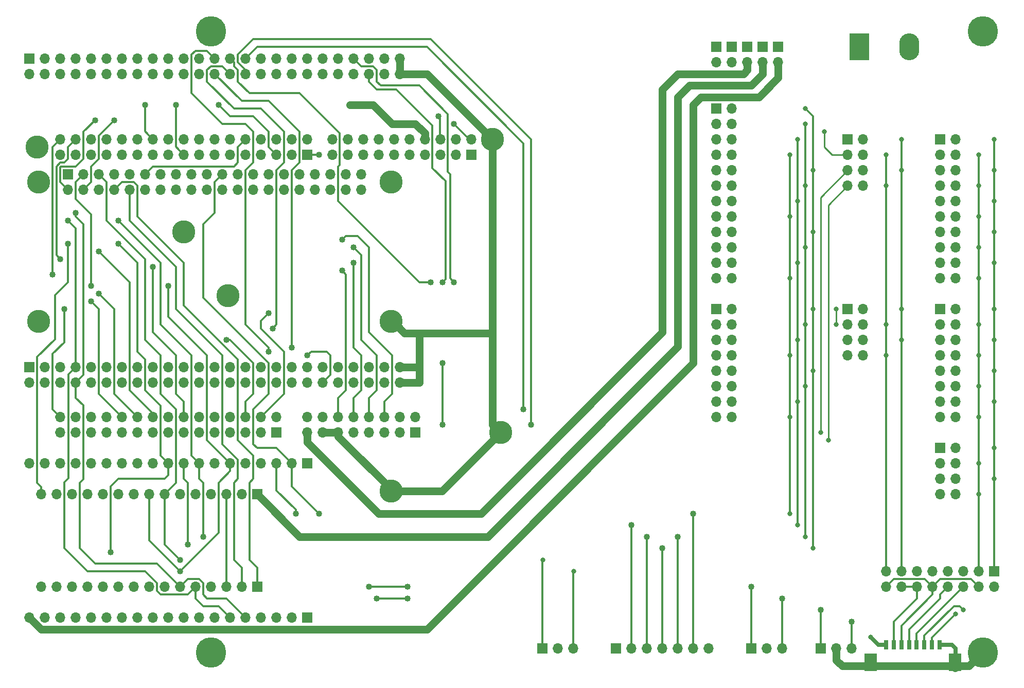
<source format=gbr>
G04 #@! TF.GenerationSoftware,KiCad,Pcbnew,(5.1.5-0-10_14)*
G04 #@! TF.CreationDate,2020-04-11T18:37:10+09:00*
G04 #@! TF.ProjectId,hybohat,6879626f-6861-4742-9e6b-696361645f70,rev?*
G04 #@! TF.SameCoordinates,Original*
G04 #@! TF.FileFunction,Copper,L1,Top*
G04 #@! TF.FilePolarity,Positive*
%FSLAX46Y46*%
G04 Gerber Fmt 4.6, Leading zero omitted, Abs format (unit mm)*
G04 Created by KiCad (PCBNEW (5.1.5-0-10_14)) date 2020-04-11 18:37:10*
%MOMM*%
%LPD*%
G04 APERTURE LIST*
%ADD10O,1.700000X1.700000*%
%ADD11R,1.700000X1.700000*%
%ADD12C,5.000000*%
%ADD13C,3.810000*%
%ADD14R,3.300001X4.445000*%
%ADD15O,3.300001X4.445000*%
%ADD16R,2.100000X3.000000*%
%ADD17R,0.800000X1.600000*%
%ADD18C,0.800000*%
%ADD19C,1.016000*%
%ADD20C,0.635000*%
%ADD21C,1.270000*%
%ADD22C,0.304800*%
%ADD23C,0.250000*%
G04 APERTURE END LIST*
D10*
X123190000Y-99060000D03*
X123190000Y-101600000D03*
X125730000Y-99060000D03*
X125730000Y-101600000D03*
X128270000Y-99060000D03*
X128270000Y-101600000D03*
X130810000Y-99060000D03*
X130810000Y-101600000D03*
X133350000Y-99060000D03*
X133350000Y-101600000D03*
X135890000Y-99060000D03*
X135890000Y-101600000D03*
X138430000Y-99060000D03*
X138430000Y-101600000D03*
X140970000Y-99060000D03*
D11*
X140970000Y-101600000D03*
D12*
X107315000Y-35560000D03*
D13*
X78952540Y-60325000D03*
X136950000Y-83333000D03*
X136950000Y-60325000D03*
X136956800Y-111252000D03*
D10*
X82550000Y-99060000D03*
X82550000Y-101600000D03*
X85090000Y-99060000D03*
X85090000Y-101600000D03*
X87630000Y-99060000D03*
X87630000Y-101600000D03*
X90170000Y-99060000D03*
X90170000Y-101600000D03*
X92710000Y-99060000D03*
X92710000Y-101600000D03*
X95250000Y-99060000D03*
X95250000Y-101600000D03*
X97790000Y-99060000D03*
X97790000Y-101600000D03*
X100330000Y-99060000D03*
X100330000Y-101600000D03*
X102870000Y-99060000D03*
X102870000Y-101600000D03*
X105410000Y-99060000D03*
X105410000Y-101600000D03*
X107950000Y-99060000D03*
X107950000Y-101600000D03*
X110490000Y-99060000D03*
X110490000Y-101600000D03*
X113030000Y-99060000D03*
X113030000Y-101600000D03*
X115570000Y-99060000D03*
X115570000Y-101600000D03*
X118110000Y-99060000D03*
D11*
X118110000Y-101600000D03*
D13*
X102870000Y-68580000D03*
X78740000Y-54610000D03*
D14*
X213995000Y-38100000D03*
D15*
X222250000Y-38100000D03*
D10*
X198120000Y-40640000D03*
D11*
X198120000Y-38100000D03*
D10*
X195580000Y-40640000D03*
D11*
X195580000Y-38100000D03*
D10*
X190500000Y-40640000D03*
D11*
X190500000Y-38100000D03*
D10*
X193040000Y-40640000D03*
D11*
X193040000Y-38100000D03*
D10*
X200660000Y-40640000D03*
D11*
X200660000Y-38100000D03*
D13*
X153670000Y-53340000D03*
X78950000Y-83333000D03*
X155016200Y-101600000D03*
D12*
X234315000Y-35560000D03*
D10*
X79375000Y-127000000D03*
X81915000Y-127000000D03*
X84455000Y-127000000D03*
X86995000Y-127000000D03*
X89535000Y-127000000D03*
X92075000Y-127000000D03*
X94615000Y-127000000D03*
X97155000Y-127000000D03*
X99695000Y-127000000D03*
X102235000Y-127000000D03*
X104775000Y-127000000D03*
X107315000Y-127000000D03*
X109855000Y-127000000D03*
X112395000Y-127000000D03*
D11*
X114935000Y-127000000D03*
D10*
X138430000Y-42545000D03*
X138430000Y-40005000D03*
X135890000Y-42545000D03*
X135890000Y-40005000D03*
X133350000Y-42545000D03*
X133350000Y-40005000D03*
X130810000Y-42545000D03*
X130810000Y-40005000D03*
X128270000Y-42545000D03*
X128270000Y-40005000D03*
X125730000Y-42545000D03*
X125730000Y-40005000D03*
X123190000Y-42545000D03*
X123190000Y-40005000D03*
X120650000Y-42545000D03*
X120650000Y-40005000D03*
X118110000Y-42545000D03*
X118110000Y-40005000D03*
X115570000Y-42545000D03*
X115570000Y-40005000D03*
X113030000Y-42545000D03*
X113030000Y-40005000D03*
X110490000Y-42545000D03*
X110490000Y-40005000D03*
X107950000Y-42545000D03*
X107950000Y-40005000D03*
X105410000Y-42545000D03*
X105410000Y-40005000D03*
X102870000Y-42545000D03*
X102870000Y-40005000D03*
X100330000Y-42545000D03*
X100330000Y-40005000D03*
X97790000Y-42545000D03*
X97790000Y-40005000D03*
X95250000Y-42545000D03*
X95250000Y-40005000D03*
X92710000Y-42545000D03*
X92710000Y-40005000D03*
X90170000Y-42545000D03*
X90170000Y-40005000D03*
X87630000Y-42545000D03*
X87630000Y-40005000D03*
X85090000Y-42545000D03*
X85090000Y-40005000D03*
X82550000Y-42545000D03*
X82550000Y-40005000D03*
X80010000Y-42545000D03*
X80010000Y-40005000D03*
X77470000Y-42545000D03*
D11*
X77470000Y-40005000D03*
D10*
X166920000Y-137160000D03*
X164380000Y-137160000D03*
D11*
X161840000Y-137160000D03*
D10*
X189230000Y-137160000D03*
X186690000Y-137160000D03*
X184150000Y-137160000D03*
X181610000Y-137160000D03*
X179070000Y-137160000D03*
X176530000Y-137160000D03*
D11*
X173990000Y-137160000D03*
D10*
X201295000Y-137160000D03*
X198755000Y-137160000D03*
D11*
X196215000Y-137160000D03*
D10*
X212725000Y-137160000D03*
X210185000Y-137160000D03*
D11*
X207645000Y-137160000D03*
D16*
X229740000Y-139425000D03*
X215890000Y-139425000D03*
D17*
X223440000Y-136525000D03*
X225940000Y-136525000D03*
X227190000Y-136525000D03*
X224690000Y-136525000D03*
X220940000Y-136525000D03*
X222190000Y-136525000D03*
X218440000Y-136525000D03*
X219690000Y-136525000D03*
D10*
X218440000Y-127000000D03*
X218440000Y-124460000D03*
X220980000Y-127000000D03*
X220980000Y-124460000D03*
X223520000Y-127000000D03*
X223520000Y-124460000D03*
X226060000Y-127000000D03*
X226060000Y-124460000D03*
X228600000Y-127000000D03*
X228600000Y-124460000D03*
X231140000Y-127000000D03*
X231140000Y-124460000D03*
X233680000Y-127000000D03*
X233680000Y-124460000D03*
X236220000Y-127000000D03*
D11*
X236220000Y-124460000D03*
D10*
X214630000Y-88900000D03*
X212090000Y-88900000D03*
X214630000Y-86360000D03*
X212090000Y-86360000D03*
X214630000Y-83820000D03*
X212090000Y-83820000D03*
X214630000Y-81280000D03*
D11*
X212090000Y-81280000D03*
D10*
X229870000Y-111760000D03*
X227330000Y-111760000D03*
X229870000Y-109220000D03*
X227330000Y-109220000D03*
X229870000Y-106680000D03*
X227330000Y-106680000D03*
X229870000Y-104140000D03*
D11*
X227330000Y-104140000D03*
D10*
X214630000Y-60960000D03*
X212090000Y-60960000D03*
X214630000Y-58420000D03*
X212090000Y-58420000D03*
X214630000Y-55880000D03*
X212090000Y-55880000D03*
X214630000Y-53340000D03*
D11*
X212090000Y-53340000D03*
D10*
X229870000Y-99060000D03*
X227330000Y-99060000D03*
X229870000Y-96520000D03*
X227330000Y-96520000D03*
X229870000Y-93980000D03*
X227330000Y-93980000D03*
X229870000Y-91440000D03*
X227330000Y-91440000D03*
X229870000Y-88900000D03*
X227330000Y-88900000D03*
X229870000Y-86360000D03*
X227330000Y-86360000D03*
X229870000Y-83820000D03*
X227330000Y-83820000D03*
X229870000Y-81280000D03*
D11*
X227330000Y-81280000D03*
D10*
X229870000Y-76200000D03*
X227330000Y-76200000D03*
X229870000Y-73660000D03*
X227330000Y-73660000D03*
X229870000Y-71120000D03*
X227330000Y-71120000D03*
X229870000Y-68580000D03*
X227330000Y-68580000D03*
X229870000Y-66040000D03*
X227330000Y-66040000D03*
X229870000Y-63500000D03*
X227330000Y-63500000D03*
X229870000Y-60960000D03*
X227330000Y-60960000D03*
X229870000Y-58420000D03*
X227330000Y-58420000D03*
X229870000Y-55880000D03*
X227330000Y-55880000D03*
X229870000Y-53340000D03*
D11*
X227330000Y-53340000D03*
D10*
X193040000Y-99060000D03*
X190500000Y-99060000D03*
X193040000Y-96520000D03*
X190500000Y-96520000D03*
X193040000Y-93980000D03*
X190500000Y-93980000D03*
X193040000Y-91440000D03*
X190500000Y-91440000D03*
X193040000Y-88900000D03*
X190500000Y-88900000D03*
X193040000Y-86360000D03*
X190500000Y-86360000D03*
X193040000Y-83820000D03*
X190500000Y-83820000D03*
X193040000Y-81280000D03*
D11*
X190500000Y-81280000D03*
D10*
X193040000Y-76200000D03*
X190500000Y-76200000D03*
X193040000Y-73660000D03*
X190500000Y-73660000D03*
X193040000Y-71120000D03*
X190500000Y-71120000D03*
X193040000Y-68580000D03*
X190500000Y-68580000D03*
X193040000Y-66040000D03*
X190500000Y-66040000D03*
X193040000Y-63500000D03*
X190500000Y-63500000D03*
X193040000Y-60960000D03*
X190500000Y-60960000D03*
X193040000Y-58420000D03*
X190500000Y-58420000D03*
X193040000Y-55880000D03*
X190500000Y-55880000D03*
X193040000Y-53340000D03*
X190500000Y-53340000D03*
X193040000Y-50800000D03*
X190500000Y-50800000D03*
X193040000Y-48260000D03*
D11*
X190500000Y-48260000D03*
D10*
X77470000Y-132080000D03*
X80010000Y-132080000D03*
X82550000Y-132080000D03*
X85090000Y-132080000D03*
X87630000Y-132080000D03*
X90170000Y-132080000D03*
X92710000Y-132080000D03*
X95250000Y-132080000D03*
X97790000Y-132080000D03*
X100330000Y-132080000D03*
X102870000Y-132080000D03*
X105410000Y-132080000D03*
X107950000Y-132080000D03*
X110490000Y-132080000D03*
X113030000Y-132080000D03*
X115570000Y-132080000D03*
X118110000Y-132080000D03*
X120650000Y-132080000D03*
D11*
X123190000Y-132080000D03*
D10*
X77470000Y-106680000D03*
X80010000Y-106680000D03*
X82550000Y-106680000D03*
X85090000Y-106680000D03*
X87630000Y-106680000D03*
X90170000Y-106680000D03*
X92710000Y-106680000D03*
X95250000Y-106680000D03*
X97790000Y-106680000D03*
X100330000Y-106680000D03*
X102870000Y-106680000D03*
X105410000Y-106680000D03*
X107950000Y-106680000D03*
X110490000Y-106680000D03*
X113030000Y-106680000D03*
X115570000Y-106680000D03*
X118110000Y-106680000D03*
X120650000Y-106680000D03*
D11*
X123190000Y-106680000D03*
D10*
X132080000Y-61595000D03*
X132080000Y-59055000D03*
X129540000Y-61595000D03*
X129540000Y-59055000D03*
X127000000Y-61595000D03*
X127000000Y-59055000D03*
X124460000Y-61595000D03*
X124460000Y-59055000D03*
X121920000Y-61595000D03*
X121920000Y-59055000D03*
X119380000Y-61595000D03*
X119380000Y-59055000D03*
X116840000Y-61595000D03*
X116840000Y-59055000D03*
X114300000Y-61595000D03*
X114300000Y-59055000D03*
X111760000Y-61595000D03*
X111760000Y-59055000D03*
X109220000Y-61595000D03*
X109220000Y-59055000D03*
X106680000Y-61595000D03*
X106680000Y-59055000D03*
X104140000Y-61595000D03*
X104140000Y-59055000D03*
X101600000Y-61595000D03*
X101600000Y-59055000D03*
X99060000Y-61595000D03*
X99060000Y-59055000D03*
X96520000Y-61595000D03*
X96520000Y-59055000D03*
X93980000Y-61595000D03*
X93980000Y-59055000D03*
X91440000Y-61595000D03*
X91440000Y-59055000D03*
X88900000Y-61595000D03*
X88900000Y-59055000D03*
X86360000Y-61595000D03*
X86360000Y-59055000D03*
X83820000Y-61595000D03*
D11*
X83820000Y-59055000D03*
D10*
X79375000Y-111760000D03*
X81915000Y-111760000D03*
X84455000Y-111760000D03*
X86995000Y-111760000D03*
X89535000Y-111760000D03*
X92075000Y-111760000D03*
X94615000Y-111760000D03*
X97155000Y-111760000D03*
X99695000Y-111760000D03*
X102235000Y-111760000D03*
X104775000Y-111760000D03*
X107315000Y-111760000D03*
X109855000Y-111760000D03*
X112395000Y-111760000D03*
D11*
X114935000Y-111760000D03*
D10*
X138430000Y-93345000D03*
X138430000Y-90805000D03*
X135890000Y-93345000D03*
X135890000Y-90805000D03*
X133350000Y-93345000D03*
X133350000Y-90805000D03*
X130810000Y-93345000D03*
X130810000Y-90805000D03*
X128270000Y-93345000D03*
X128270000Y-90805000D03*
X125730000Y-93345000D03*
X125730000Y-90805000D03*
X123190000Y-93345000D03*
X123190000Y-90805000D03*
X120650000Y-93345000D03*
X120650000Y-90805000D03*
X118110000Y-93345000D03*
X118110000Y-90805000D03*
X115570000Y-93345000D03*
X115570000Y-90805000D03*
X113030000Y-93345000D03*
X113030000Y-90805000D03*
X110490000Y-93345000D03*
X110490000Y-90805000D03*
X107950000Y-93345000D03*
X107950000Y-90805000D03*
X105410000Y-93345000D03*
X105410000Y-90805000D03*
X102870000Y-93345000D03*
X102870000Y-90805000D03*
X100330000Y-93345000D03*
X100330000Y-90805000D03*
X97790000Y-93345000D03*
X97790000Y-90805000D03*
X95250000Y-93345000D03*
X95250000Y-90805000D03*
X92710000Y-93345000D03*
X92710000Y-90805000D03*
X90170000Y-93345000D03*
X90170000Y-90805000D03*
X87630000Y-93345000D03*
X87630000Y-90805000D03*
X85090000Y-93345000D03*
X85090000Y-90805000D03*
X82550000Y-93345000D03*
X82550000Y-90805000D03*
X80010000Y-93345000D03*
X80010000Y-90805000D03*
X77470000Y-93345000D03*
D11*
X77470000Y-90805000D03*
D12*
X107315000Y-137795000D03*
X234315000Y-137795000D03*
D10*
X127270623Y-53321652D03*
X127270623Y-55861652D03*
X129810623Y-53321652D03*
X129810623Y-55861652D03*
X132350623Y-53321652D03*
X132350623Y-55861652D03*
X134890623Y-53321652D03*
X134890623Y-55861652D03*
X137430623Y-53321652D03*
X137430623Y-55861652D03*
X139970623Y-53321652D03*
X139970623Y-55861652D03*
X142510623Y-53321652D03*
X142510623Y-55861652D03*
X145050623Y-53321652D03*
X145050623Y-55861652D03*
X147590623Y-53321652D03*
X147590623Y-55861652D03*
X150130623Y-53321652D03*
D11*
X150130623Y-55861652D03*
D10*
X82550000Y-53340000D03*
X82550000Y-55880000D03*
X85090000Y-53340000D03*
X85090000Y-55880000D03*
X87630000Y-53340000D03*
X87630000Y-55880000D03*
X90170000Y-53340000D03*
X90170000Y-55880000D03*
X92710000Y-53340000D03*
X92710000Y-55880000D03*
X95250000Y-53340000D03*
X95250000Y-55880000D03*
X97790000Y-53340000D03*
X97790000Y-55880000D03*
X100330000Y-53340000D03*
X100330000Y-55880000D03*
X102870000Y-53340000D03*
X102870000Y-55880000D03*
X105410000Y-53340000D03*
X105410000Y-55880000D03*
X107950000Y-53340000D03*
X107950000Y-55880000D03*
X110490000Y-53340000D03*
X110490000Y-55880000D03*
X113030000Y-53340000D03*
X113030000Y-55880000D03*
X115570000Y-53340000D03*
X115570000Y-55880000D03*
X118110000Y-53340000D03*
X118110000Y-55880000D03*
X120650000Y-53340000D03*
X120650000Y-55880000D03*
X123190000Y-53340000D03*
D11*
X123190000Y-55880000D03*
D13*
X110155001Y-79040001D03*
D18*
X215900000Y-135255000D03*
D19*
X96455601Y-47689399D03*
X101535601Y-47689399D03*
X108585000Y-47625000D03*
X130175000Y-47625000D03*
X153670000Y-64770000D03*
X153670000Y-60325000D03*
X132080000Y-106045000D03*
D18*
X233680000Y-55880000D03*
X233680000Y-60960000D03*
X233680000Y-66040000D03*
X233680000Y-71120000D03*
X233680000Y-76200000D03*
X233680000Y-83820000D03*
X233680000Y-88900000D03*
X233680000Y-93980000D03*
X233680000Y-99060000D03*
X233680000Y-106680000D03*
X233680000Y-111760000D03*
D19*
X201295000Y-128905000D03*
X139700000Y-128905000D03*
D18*
X236220000Y-53340000D03*
X236220000Y-58420000D03*
X236220000Y-63500000D03*
X236220000Y-68580000D03*
X236220000Y-73660000D03*
X236220000Y-81280000D03*
X236220000Y-86360000D03*
X236220000Y-91440000D03*
X236220000Y-96520000D03*
X236220000Y-104140000D03*
X236220000Y-109220000D03*
D19*
X196215000Y-127000000D03*
X139700000Y-127000000D03*
D18*
X210185000Y-83820000D03*
X210185000Y-81280000D03*
D19*
X145415000Y-76835000D03*
X147320000Y-76835004D03*
X145415000Y-90170000D03*
D18*
X207645000Y-101600000D03*
X208915000Y-102870000D03*
D19*
X147320000Y-50800000D03*
D18*
X208280000Y-52070000D03*
D19*
X123190000Y-88900000D03*
X158750000Y-97790000D03*
X160020000Y-100330000D03*
X109855000Y-86360000D03*
X116840000Y-81915000D03*
X130810000Y-73660000D03*
X128905000Y-74930000D03*
X128905000Y-69850000D03*
X130810000Y-71120000D03*
X82550000Y-73025000D03*
X81280000Y-75565000D03*
X117475000Y-84455000D03*
X83185000Y-81280000D03*
X97790000Y-74295000D03*
X91440000Y-50165000D03*
X88265000Y-50165000D03*
X134620000Y-128905000D03*
X133350000Y-127000000D03*
X145415000Y-100330000D03*
X125095000Y-55880000D03*
X144780000Y-49530000D03*
X212725000Y-132715000D03*
X83820000Y-66675000D03*
D18*
X229870000Y-131445000D03*
D19*
X207645000Y-130810000D03*
X85090000Y-65405000D03*
D18*
X231140000Y-130810000D03*
X205105000Y-48260000D03*
D19*
X92075000Y-70485000D03*
D18*
X206375000Y-81280000D03*
X206375000Y-91440000D03*
X206375000Y-68580000D03*
X206375000Y-58420000D03*
D19*
X90805000Y-121285000D03*
X181610000Y-120650000D03*
D18*
X206375000Y-120650000D03*
X202565000Y-99060000D03*
X202565000Y-88900000D03*
X202565000Y-76200000D03*
X202565000Y-66040000D03*
X202565000Y-55880000D03*
D19*
X186690000Y-114935000D03*
D18*
X202565000Y-114935000D03*
D19*
X125095000Y-114935000D03*
X92075000Y-66675000D03*
D18*
X203835000Y-86360000D03*
X203835000Y-53340000D03*
X203835000Y-63500000D03*
X203835000Y-73660000D03*
X203835000Y-96520000D03*
D19*
X106045000Y-118745000D03*
X176530000Y-116840000D03*
D18*
X203835000Y-116840000D03*
D19*
X102235000Y-122555000D03*
D18*
X161925000Y-122555000D03*
D19*
X121285000Y-114935000D03*
D18*
X220980000Y-81280000D03*
X220980000Y-58420000D03*
X220980000Y-53340000D03*
X220980000Y-86360000D03*
D19*
X100330000Y-77470000D03*
X87630000Y-77470000D03*
X102235000Y-124460000D03*
D18*
X167005000Y-124460000D03*
X218440000Y-83820000D03*
X218440000Y-60960000D03*
X218440000Y-55880000D03*
X218440000Y-88900000D03*
D19*
X83820000Y-70485000D03*
D18*
X205105000Y-93980000D03*
X205105000Y-83820000D03*
X205105000Y-71120000D03*
X205105000Y-60960000D03*
X205105000Y-50800000D03*
D19*
X103505000Y-120015000D03*
D18*
X205105000Y-118745000D03*
D19*
X179070000Y-118745000D03*
X184150000Y-118745000D03*
X120650000Y-87630000D03*
X116840000Y-88265000D03*
X143510000Y-76835000D03*
X87630000Y-80010000D03*
X88900000Y-78740000D03*
X88900000Y-71755000D03*
D20*
X230505000Y-139700000D02*
X229870000Y-140335000D01*
D21*
X215890000Y-140060000D02*
X229510000Y-140060000D01*
X229510000Y-140060000D02*
X229785000Y-140335000D01*
D22*
X97790000Y-53340000D02*
X96940001Y-52490001D01*
X96940001Y-52490001D02*
X96455601Y-52005601D01*
X102870000Y-55880000D02*
X102020001Y-55030001D01*
X102020001Y-55030001D02*
X101535601Y-54545601D01*
X96455601Y-52005601D02*
X96455601Y-47689399D01*
X101535601Y-54545601D02*
X101535601Y-47689399D01*
D21*
X142510623Y-53321652D02*
X142510623Y-52340623D01*
X142510623Y-52340623D02*
X140970000Y-50800000D01*
X140970000Y-50800000D02*
X137160000Y-50800000D01*
X137160000Y-50800000D02*
X135890000Y-49530000D01*
X135890000Y-49530000D02*
X133985000Y-47625000D01*
X133985000Y-47625000D02*
X130175000Y-47625000D01*
X125730000Y-101600000D02*
X128270000Y-101600000D01*
X210185000Y-139065000D02*
X210185000Y-137160000D01*
X215890000Y-140060000D02*
X211180000Y-140060000D01*
X211180000Y-140060000D02*
X210185000Y-139065000D01*
D22*
X110490000Y-49530000D02*
X108585000Y-47625000D01*
X114300000Y-49530000D02*
X110490000Y-49530000D01*
X116840000Y-54610000D02*
X116840000Y-52070000D01*
X116840000Y-52070000D02*
X114300000Y-49530000D01*
X118110000Y-55880000D02*
X116840000Y-54610000D01*
D21*
X153670000Y-60325000D02*
X153670000Y-53340000D01*
X153670000Y-60325000D02*
X153670000Y-85420200D01*
X153466800Y-85217000D02*
X153670000Y-85420200D01*
X143383000Y-85217000D02*
X153466800Y-85217000D01*
X142113000Y-85217000D02*
X143383000Y-85217000D01*
X138430000Y-90805000D02*
X141605000Y-90805000D01*
X141605000Y-93345000D02*
X141605000Y-90805000D01*
X138430000Y-93345000D02*
X141605000Y-93345000D01*
X136950000Y-83333000D02*
X137308000Y-83333000D01*
X139192000Y-85217000D02*
X142113000Y-85217000D01*
X137308000Y-83333000D02*
X139192000Y-85217000D01*
X141605000Y-90805000D02*
X141605000Y-85217000D01*
X145364200Y-111252000D02*
X154940000Y-101676200D01*
X137287000Y-111252000D02*
X145364200Y-111252000D01*
X154940000Y-101676200D02*
X155016200Y-101600000D01*
X128270000Y-102235000D02*
X137287000Y-111252000D01*
X128270000Y-101600000D02*
X128270000Y-102235000D01*
D22*
X233680000Y-124460000D02*
X233680000Y-55880000D01*
X201295000Y-137160000D02*
X201295000Y-128905000D01*
X101600000Y-74295000D02*
X93980000Y-66675000D01*
X101600000Y-81280000D02*
X101600000Y-74295000D01*
X93980000Y-66675000D02*
X93980000Y-61595000D01*
X109220000Y-88900000D02*
X101600000Y-81280000D01*
X109220000Y-103505000D02*
X109220000Y-88900000D01*
X111125000Y-109855000D02*
X111760000Y-109220000D01*
X111760000Y-106045000D02*
X109220000Y-103505000D01*
X112395000Y-123816870D02*
X111125000Y-122546870D01*
X111760000Y-109220000D02*
X111760000Y-106045000D01*
X111125000Y-122546870D02*
X111125000Y-109855000D01*
X112395000Y-127000000D02*
X112395000Y-123816870D01*
X236220000Y-124460000D02*
X236220000Y-53340000D01*
X196215000Y-137160000D02*
X196215000Y-127000000D01*
X102870000Y-73660000D02*
X95250000Y-66040000D01*
X95250000Y-66040000D02*
X95250000Y-60960000D01*
X102870000Y-80645000D02*
X102870000Y-73660000D01*
X111760000Y-89535000D02*
X102870000Y-80645000D01*
X114300000Y-109220000D02*
X114300000Y-105410000D01*
X114300000Y-105410000D02*
X111760000Y-102870000D01*
X113665000Y-109855000D02*
X114300000Y-109220000D01*
X113665000Y-122546870D02*
X113665000Y-109855000D01*
X114935000Y-123816870D02*
X113665000Y-122546870D01*
X111760000Y-102870000D02*
X111760000Y-89535000D01*
X114935000Y-127000000D02*
X114935000Y-123816870D01*
X95250000Y-60960000D02*
X94615000Y-60325000D01*
X94615000Y-60325000D02*
X92710000Y-60325000D01*
X92710000Y-60325000D02*
X91440000Y-61595000D01*
X223520000Y-128397000D02*
X223520000Y-127000000D01*
X232410000Y-125730000D02*
X233680000Y-127000000D01*
X227330000Y-125730000D02*
X232410000Y-125730000D01*
X226060000Y-127000000D02*
X227330000Y-125730000D01*
X224790000Y-125730000D02*
X226060000Y-127000000D01*
X219710000Y-125730000D02*
X224790000Y-125730000D01*
X218440000Y-127000000D02*
X219710000Y-125730000D01*
X223440000Y-134700000D02*
X231140000Y-127000000D01*
D23*
X210185000Y-81280000D02*
X210185000Y-83820000D01*
D22*
X137795000Y-45085000D02*
X134620000Y-45085000D01*
X143756819Y-51046819D02*
X137795000Y-45085000D01*
X143756819Y-58031819D02*
X143756819Y-51046819D01*
X145922999Y-76327001D02*
X145922999Y-60197999D01*
X133350000Y-43815000D02*
X133350000Y-42545000D01*
X134620000Y-45085000D02*
X133350000Y-43815000D01*
X145922999Y-60197999D02*
X143756819Y-58031819D01*
X145415000Y-76835000D02*
X145922999Y-76327001D01*
D23*
X207645000Y-62865000D02*
X212090000Y-58420000D01*
X207645000Y-101600000D02*
X207645000Y-62865000D01*
X208915000Y-64135000D02*
X212090000Y-60960000D01*
X208915000Y-102870000D02*
X208915000Y-64135000D01*
D22*
X149860000Y-53340000D02*
X150114000Y-53340000D01*
X147320000Y-50800000D02*
X149860000Y-53340000D01*
D23*
X208280000Y-54610000D02*
X208280000Y-52070000D01*
X209550000Y-55880000D02*
X208280000Y-54610000D01*
X212090000Y-55880000D02*
X209550000Y-55880000D01*
D22*
X123190000Y-88900000D02*
X123825000Y-88265000D01*
X126365000Y-88265000D02*
X127000000Y-88900000D01*
X127000000Y-88900000D02*
X127000000Y-92075000D01*
X127000000Y-92075000D02*
X125730000Y-93345000D01*
X123825000Y-88265000D02*
X126365000Y-88265000D01*
X113030000Y-96520000D02*
X113030000Y-99161600D01*
X114300000Y-95250000D02*
X113030000Y-96520000D01*
X114300000Y-90170000D02*
X114300000Y-95250000D01*
X110490000Y-86360000D02*
X114300000Y-90170000D01*
X109855000Y-86360000D02*
X110490000Y-86360000D01*
X115570000Y-99060000D02*
X115570000Y-99161600D01*
X119380000Y-88265000D02*
X119380000Y-95250000D01*
X115570000Y-84455000D02*
X119380000Y-88265000D01*
X115570000Y-83185000D02*
X115570000Y-84455000D01*
X119380000Y-95250000D02*
X115570000Y-99060000D01*
X116840000Y-81915000D02*
X115570000Y-83185000D01*
X130810000Y-95885000D02*
X130810000Y-99060000D01*
X132080000Y-94615000D02*
X130810000Y-95885000D01*
X132080000Y-88900000D02*
X132080000Y-94615000D01*
X130810000Y-87630000D02*
X132080000Y-88900000D01*
X130810000Y-73660000D02*
X130810000Y-87630000D01*
X128270000Y-95885000D02*
X128270000Y-99060000D01*
X129540000Y-94615000D02*
X128270000Y-95885000D01*
X129540000Y-75565000D02*
X129540000Y-94615000D01*
X128905000Y-74930000D02*
X129540000Y-75565000D01*
X135890000Y-96520000D02*
X135890000Y-99060000D01*
X137160000Y-95250000D02*
X135890000Y-96520000D01*
X137160000Y-88900000D02*
X137160000Y-95250000D01*
X133350000Y-85090000D02*
X137160000Y-88900000D01*
X133350000Y-71120000D02*
X133350000Y-85090000D01*
X131445000Y-69215000D02*
X133350000Y-71120000D01*
X129540000Y-69215000D02*
X131445000Y-69215000D01*
X128905000Y-69850000D02*
X129540000Y-69215000D01*
X133350000Y-95885000D02*
X133350000Y-99060000D01*
X134620000Y-94615000D02*
X133350000Y-95885000D01*
X134620000Y-88900000D02*
X134620000Y-94615000D01*
X132080000Y-86360000D02*
X134620000Y-88900000D01*
X132080000Y-72390000D02*
X132080000Y-86360000D01*
X130810000Y-71120000D02*
X132080000Y-72390000D01*
X83884399Y-54545601D02*
X85090000Y-53340000D01*
X83820000Y-56515000D02*
X83820000Y-54610000D01*
X83185000Y-57150000D02*
X83820000Y-56515000D01*
X81915000Y-57785000D02*
X82550000Y-57150000D01*
X82550000Y-57150000D02*
X83185000Y-57150000D01*
X81915000Y-72390000D02*
X81915000Y-57785000D01*
X82550000Y-73025000D02*
X81915000Y-72390000D01*
X81280000Y-54610000D02*
X82550000Y-53340000D01*
X81280000Y-75565000D02*
X81280000Y-54610000D01*
X109220000Y-41275000D02*
X110490000Y-42545000D01*
X107315000Y-41275000D02*
X109220000Y-41275000D01*
X106680000Y-41910000D02*
X107315000Y-41275000D01*
X106680000Y-43815000D02*
X106680000Y-41910000D01*
X111125000Y-48260000D02*
X106680000Y-43815000D01*
X115570000Y-48260000D02*
X111125000Y-48260000D01*
X119380000Y-57150000D02*
X119380000Y-52070000D01*
X118110000Y-58420000D02*
X119380000Y-57150000D01*
X119380000Y-52070000D02*
X115570000Y-48260000D01*
X118110000Y-83820000D02*
X118110000Y-58420000D01*
X117475000Y-84455000D02*
X118110000Y-83820000D01*
X82550000Y-99060000D02*
X82550000Y-99161600D01*
X81280000Y-88646000D02*
X83185000Y-86741000D01*
X81280000Y-97790000D02*
X81280000Y-88646000D01*
X83185000Y-86741000D02*
X83185000Y-81280000D01*
X82550000Y-99060000D02*
X81280000Y-97790000D01*
X87630000Y-99060000D02*
X87630000Y-99161600D01*
X102870000Y-99161600D02*
X102870000Y-99060000D01*
X102870000Y-96520000D02*
X102870000Y-99060000D01*
X101600000Y-88900000D02*
X101600000Y-95250000D01*
X97790000Y-74295000D02*
X97790000Y-85090000D01*
X97790000Y-85090000D02*
X101600000Y-88900000D01*
X101600000Y-95250000D02*
X102870000Y-96520000D01*
D21*
X123190000Y-103187500D02*
X123190000Y-101600000D01*
X134937500Y-114935000D02*
X123190000Y-103187500D01*
X151765000Y-114935000D02*
X134937500Y-114935000D01*
X181610000Y-85090000D02*
X151765000Y-114935000D01*
X195580000Y-40640000D02*
X195580000Y-41910000D01*
X181610000Y-45085000D02*
X181610000Y-85090000D01*
X194945000Y-42545000D02*
X184150000Y-42545000D01*
X184150000Y-42545000D02*
X181610000Y-45085000D01*
X195580000Y-41910000D02*
X194945000Y-42545000D01*
D22*
X88900000Y-52705000D02*
X88900000Y-56515000D01*
X91440000Y-50165000D02*
X88900000Y-52705000D01*
X86360000Y-61595000D02*
X87630000Y-60325000D01*
X87630000Y-60325000D02*
X87630000Y-57785000D01*
X87630000Y-57785000D02*
X88900000Y-56515000D01*
X86360000Y-52070000D02*
X88265000Y-50165000D01*
X85090000Y-57785000D02*
X86360000Y-56515000D01*
X82633434Y-57785000D02*
X85090000Y-57785000D01*
X82550000Y-57868434D02*
X82633434Y-57785000D01*
X86360000Y-56515000D02*
X86360000Y-52070000D01*
X82550000Y-60325000D02*
X82550000Y-57868434D01*
X83820000Y-61595000D02*
X82550000Y-60325000D01*
D20*
X217170000Y-136525000D02*
X215900000Y-135255000D01*
X218440000Y-136525000D02*
X217170000Y-136525000D01*
D21*
X138430000Y-42545000D02*
X138430000Y-40005000D01*
X142875000Y-42545000D02*
X138430000Y-42545000D01*
X153670000Y-53340000D02*
X142875000Y-42545000D01*
X153670000Y-100330000D02*
X154940000Y-101600000D01*
X154940000Y-101600000D02*
X155016200Y-101600000D01*
X153670000Y-85420200D02*
X153670000Y-100330000D01*
X232410000Y-139700000D02*
X234315000Y-137795000D01*
X232050000Y-140060000D02*
X232410000Y-139700000D01*
X229740000Y-140060000D02*
X232050000Y-140060000D01*
D20*
X229235000Y-136525000D02*
X227330000Y-136525000D01*
X229870000Y-137160000D02*
X229235000Y-136525000D01*
X229870000Y-139700000D02*
X229870000Y-137160000D01*
D22*
X139700000Y-128905000D02*
X134620000Y-128905000D01*
X139700000Y-127000000D02*
X133350000Y-127000000D01*
X223520000Y-128905000D02*
X223520000Y-128397000D01*
X219690000Y-132735000D02*
X223520000Y-128905000D01*
X219690000Y-136505000D02*
X219690000Y-132735000D01*
X219710000Y-136525000D02*
X219690000Y-136505000D01*
X220980000Y-127000000D02*
X223520000Y-127000000D01*
X227330000Y-128270000D02*
X228600000Y-127000000D01*
X227330000Y-128905000D02*
X227330000Y-128270000D01*
X222190000Y-134045000D02*
X227330000Y-128905000D01*
X222190000Y-136525000D02*
X222190000Y-134045000D01*
X226060000Y-128270000D02*
X226060000Y-127000000D01*
X220940000Y-133390000D02*
X226060000Y-128270000D01*
X220940000Y-136525000D02*
X220940000Y-133390000D01*
X223440000Y-136525000D02*
X223440000Y-134700000D01*
X146685000Y-59055000D02*
X146685000Y-76200004D01*
X146304000Y-58674000D02*
X146685000Y-59055000D01*
X146304000Y-49149000D02*
X146304000Y-58674000D01*
X135255000Y-44450000D02*
X141605000Y-44450000D01*
X133985000Y-41275000D02*
X134620000Y-41910000D01*
X134620000Y-43815000D02*
X135255000Y-44450000D01*
X134620000Y-41910000D02*
X134620000Y-43815000D01*
X146685000Y-76200004D02*
X147320000Y-76835004D01*
X141605000Y-44450000D02*
X146304000Y-49149000D01*
X132080000Y-41275000D02*
X133985000Y-41275000D01*
X130810000Y-40005000D02*
X132080000Y-41275000D01*
X145415000Y-90170000D02*
X145415000Y-100330000D01*
X158750000Y-53975000D02*
X142875000Y-38100000D01*
X114935000Y-38100000D02*
X113030000Y-40005000D01*
X142875000Y-38100000D02*
X114935000Y-38100000D01*
X158750000Y-97790000D02*
X158750000Y-53975000D01*
X113030000Y-41910000D02*
X113030000Y-42545000D01*
X111760000Y-40640000D02*
X113030000Y-41910000D01*
X114300000Y-36830000D02*
X111760000Y-39370000D01*
X111760000Y-39370000D02*
X111760000Y-40640000D01*
X143510000Y-36830000D02*
X114300000Y-36830000D01*
X160020000Y-53340000D02*
X143510000Y-36830000D01*
X160020000Y-100330000D02*
X160020000Y-53340000D01*
D21*
X79375000Y-133985000D02*
X77470000Y-132080000D01*
X142875000Y-133985000D02*
X79375000Y-133985000D01*
X186690000Y-90170000D02*
X142875000Y-133985000D01*
X187960000Y-46355000D02*
X186690000Y-47625000D01*
X186690000Y-47625000D02*
X186690000Y-90170000D01*
X200660000Y-43180000D02*
X197485000Y-46355000D01*
X197485000Y-46355000D02*
X187960000Y-46355000D01*
X200660000Y-40640000D02*
X200660000Y-43180000D01*
D22*
X125095000Y-55880000D02*
X123190000Y-55880000D01*
X145034000Y-49784000D02*
X145034000Y-53340000D01*
X144780000Y-49530000D02*
X145034000Y-49784000D01*
X109855000Y-112962081D02*
X109855000Y-111760000D01*
X109855000Y-127000000D02*
X109855000Y-112962081D01*
X99060000Y-128270000D02*
X103505000Y-128270000D01*
X98425000Y-126365000D02*
X98425000Y-127635000D01*
X96520000Y-124460000D02*
X98425000Y-126365000D01*
X86995000Y-124460000D02*
X96520000Y-124460000D01*
X98425000Y-127635000D02*
X99060000Y-128270000D01*
X83185000Y-109794646D02*
X83185000Y-120650000D01*
X103505000Y-128270000D02*
X104775000Y-127000000D01*
X83185000Y-120650000D02*
X86995000Y-124460000D01*
X83884399Y-109095247D02*
X83185000Y-109794646D01*
X83884399Y-92010601D02*
X83884399Y-109095247D01*
X85090000Y-90805000D02*
X83884399Y-92010601D01*
X212725000Y-135255000D02*
X212725000Y-137160000D01*
X212725000Y-132715000D02*
X212725000Y-135255000D01*
X104775000Y-128905000D02*
X104775000Y-127000000D01*
X106045000Y-130175000D02*
X104775000Y-128905000D01*
X110490000Y-132080000D02*
X108585000Y-130175000D01*
X108585000Y-130175000D02*
X106045000Y-130175000D01*
X85090000Y-81280000D02*
X85090000Y-90805000D01*
X85090000Y-67945000D02*
X85090000Y-81280000D01*
X83820000Y-66675000D02*
X85090000Y-67945000D01*
X225940000Y-135375000D02*
X225940000Y-136525000D01*
X229870000Y-131445000D02*
X225940000Y-135375000D01*
X85090000Y-95885000D02*
X85090000Y-93345000D01*
X86295601Y-97090601D02*
X85090000Y-95885000D01*
X86295601Y-109284399D02*
X86295601Y-97090601D01*
X85725000Y-109855000D02*
X86295601Y-109284399D01*
X85725000Y-120650000D02*
X85725000Y-109855000D01*
X88265000Y-123190000D02*
X85725000Y-120650000D01*
X98425000Y-123190000D02*
X88265000Y-123190000D01*
X102235000Y-127000000D02*
X98425000Y-123190000D01*
X207645000Y-130810000D02*
X207645000Y-137160000D01*
X109855000Y-128905000D02*
X113030000Y-132080000D01*
X105410000Y-125730000D02*
X106045000Y-126365000D01*
X106045000Y-126365000D02*
X106045000Y-128270000D01*
X103505000Y-125730000D02*
X105410000Y-125730000D01*
X106045000Y-128270000D02*
X106680000Y-128905000D01*
X102235000Y-127000000D02*
X103505000Y-125730000D01*
X106680000Y-128905000D02*
X109855000Y-128905000D01*
X97790000Y-57785000D02*
X96520000Y-59055000D01*
X111125000Y-57785000D02*
X97790000Y-57785000D01*
X111760000Y-54610000D02*
X111760000Y-57150000D01*
X111760000Y-57150000D02*
X111125000Y-57785000D01*
X113030000Y-53340000D02*
X111760000Y-54610000D01*
X85090000Y-66040000D02*
X86360000Y-67310000D01*
X86360000Y-92075000D02*
X85090000Y-93345000D01*
X86360000Y-67310000D02*
X86360000Y-92075000D01*
X85090000Y-65405000D02*
X85090000Y-66040000D01*
X224690000Y-135037500D02*
X224690000Y-136525000D01*
X229552500Y-130175000D02*
X224690000Y-135037500D01*
X230505000Y-130175000D02*
X229552500Y-130175000D01*
X231140000Y-130810000D02*
X230505000Y-130175000D01*
X99060000Y-105410000D02*
X100330000Y-106680000D01*
X99060000Y-97155000D02*
X99060000Y-105410000D01*
X96520000Y-94615000D02*
X99060000Y-97155000D01*
X96520000Y-89535000D02*
X96520000Y-94615000D01*
X95250000Y-88265000D02*
X96520000Y-89535000D01*
X95250000Y-73660000D02*
X95250000Y-88265000D01*
X92075000Y-70485000D02*
X95250000Y-73660000D01*
X99695000Y-109220000D02*
X100330000Y-108585000D01*
X100330000Y-108585000D02*
X100330000Y-106680000D01*
X92075000Y-109220000D02*
X99695000Y-109220000D01*
X90805000Y-110490000D02*
X92075000Y-109220000D01*
X90805000Y-121285000D02*
X90805000Y-110490000D01*
X181610000Y-134620000D02*
X181610000Y-137160000D01*
X181610000Y-120650000D02*
X181610000Y-134620000D01*
X206375000Y-49530000D02*
X205105000Y-48260000D01*
X206375000Y-120650000D02*
X206375000Y-49530000D01*
X107950000Y-60325000D02*
X109220000Y-59055000D01*
X107950000Y-65405000D02*
X107950000Y-60325000D01*
X106045000Y-67310000D02*
X107950000Y-65405000D01*
X106045000Y-79375000D02*
X106045000Y-67310000D01*
X116840000Y-90170000D02*
X106045000Y-79375000D01*
X116840000Y-95250000D02*
X116840000Y-90170000D01*
X114300000Y-97790000D02*
X116840000Y-95250000D01*
X114300000Y-103505000D02*
X114300000Y-97790000D01*
X114935000Y-104140000D02*
X114300000Y-103505000D01*
X118110000Y-104140000D02*
X114935000Y-104140000D01*
X120650000Y-106680000D02*
X118110000Y-104140000D01*
X186690000Y-137160000D02*
X186690000Y-114935000D01*
X202565000Y-114935000D02*
X202565000Y-55880000D01*
X120650000Y-110490000D02*
X120650000Y-106680000D01*
X125095000Y-114935000D02*
X120650000Y-110490000D01*
X104140000Y-105410000D02*
X105410000Y-106680000D01*
X104140000Y-88900000D02*
X104140000Y-105410000D01*
X99060000Y-83820000D02*
X104140000Y-88900000D01*
X99060000Y-73660000D02*
X99060000Y-83820000D01*
X92075000Y-66675000D02*
X99060000Y-73660000D01*
X106045000Y-118745000D02*
X106045000Y-109855000D01*
X106045000Y-109855000D02*
X105410000Y-109220000D01*
X105410000Y-109220000D02*
X105410000Y-106680000D01*
X176530000Y-135890000D02*
X176530000Y-137160000D01*
X176530000Y-116840000D02*
X176530000Y-135890000D01*
X203835000Y-116840000D02*
X203835000Y-53340000D01*
D21*
X121920000Y-118745000D02*
X114935000Y-111760000D01*
X152876250Y-118745000D02*
X121920000Y-118745000D01*
X184150000Y-46355000D02*
X184150000Y-87471250D01*
X186055000Y-44450000D02*
X184150000Y-46355000D01*
X184150000Y-87471250D02*
X152876250Y-118745000D01*
X196215000Y-44450000D02*
X186055000Y-44450000D01*
X198120000Y-42545000D02*
X196215000Y-44450000D01*
X198120000Y-40640000D02*
X198120000Y-42545000D01*
D22*
X99695000Y-120015000D02*
X99695000Y-111760000D01*
X102235000Y-122555000D02*
X99695000Y-120015000D01*
X96520000Y-73025000D02*
X90170000Y-66675000D01*
X90170000Y-60325000D02*
X88900000Y-59055000D01*
X96520000Y-86360000D02*
X96520000Y-73025000D01*
X99060000Y-95250000D02*
X99060000Y-88900000D01*
X101600000Y-97790000D02*
X99060000Y-95250000D01*
X90170000Y-66675000D02*
X90170000Y-60325000D01*
X99695000Y-111760000D02*
X101600000Y-109855000D01*
X99060000Y-88900000D02*
X96520000Y-86360000D01*
X101600000Y-109855000D02*
X101600000Y-97790000D01*
X161840000Y-122640000D02*
X161925000Y-122555000D01*
X161840000Y-137160000D02*
X161840000Y-122640000D01*
X118110000Y-111125000D02*
X118110000Y-106680000D01*
X121285000Y-114300000D02*
X118110000Y-111125000D01*
X121285000Y-114935000D02*
X121285000Y-114300000D01*
X220980000Y-53340000D02*
X220980000Y-124460000D01*
X107950000Y-104140000D02*
X110490000Y-106680000D01*
X106680000Y-102870000D02*
X107950000Y-104140000D01*
X106680000Y-88900000D02*
X106680000Y-102870000D01*
X100330000Y-82550000D02*
X106680000Y-88900000D01*
X100330000Y-77470000D02*
X100330000Y-82550000D01*
X85090000Y-60325000D02*
X86360000Y-59055000D01*
X85090000Y-63182500D02*
X85090000Y-60325000D01*
X87630000Y-65722500D02*
X85090000Y-63182500D01*
X87630000Y-77470000D02*
X87630000Y-65722500D01*
X167005000Y-137160000D02*
X166920000Y-137160000D01*
X97155000Y-119380000D02*
X97155000Y-111760000D01*
X102235000Y-124460000D02*
X97155000Y-119380000D01*
X110490000Y-107950000D02*
X110490000Y-106680000D01*
X108585000Y-109855000D02*
X110490000Y-107950000D01*
X108585000Y-118110000D02*
X108585000Y-109855000D01*
X102235000Y-124460000D02*
X108585000Y-118110000D01*
X166920000Y-124545000D02*
X166920000Y-137160000D01*
X167005000Y-124460000D02*
X166920000Y-124545000D01*
X218440000Y-55880000D02*
X218440000Y-124460000D01*
X78740000Y-109922919D02*
X79375000Y-110557919D01*
X78740000Y-89154000D02*
X78740000Y-109922919D01*
X81661000Y-86233000D02*
X78740000Y-89154000D01*
X79375000Y-110557919D02*
X79375000Y-111760000D01*
X81661000Y-78994000D02*
X81661000Y-86233000D01*
X83820000Y-76835000D02*
X81661000Y-78994000D01*
X83820000Y-70485000D02*
X83820000Y-76835000D01*
X103505000Y-120015000D02*
X103505000Y-109855000D01*
X103505000Y-109855000D02*
X102870000Y-109220000D01*
X102870000Y-109220000D02*
X102870000Y-106680000D01*
X205105000Y-118745000D02*
X205105000Y-50800000D01*
X179070000Y-135255000D02*
X179070000Y-137160000D01*
X179070000Y-118745000D02*
X179070000Y-135255000D01*
X184150000Y-137160000D02*
X184150000Y-118745000D01*
X107950000Y-42545000D02*
X108585000Y-42545000D01*
X112395000Y-46990000D02*
X107950000Y-42545000D01*
X116840000Y-46990000D02*
X112395000Y-46990000D01*
X121920000Y-57150000D02*
X121920000Y-52070000D01*
X121920000Y-52070000D02*
X116840000Y-46990000D01*
X120650000Y-58420000D02*
X121920000Y-57150000D01*
X120650000Y-87630000D02*
X120650000Y-58420000D01*
X106680000Y-38735000D02*
X107950000Y-40005000D01*
X104775000Y-38735000D02*
X106680000Y-38735000D01*
X104140000Y-39370000D02*
X104775000Y-38735000D01*
X104140000Y-45720000D02*
X104140000Y-39370000D01*
X109220000Y-50800000D02*
X104140000Y-45720000D01*
X113030000Y-50800000D02*
X109220000Y-50800000D01*
X114300000Y-52070000D02*
X113030000Y-50800000D01*
X114300000Y-57150000D02*
X114300000Y-52070000D01*
X116840000Y-87630000D02*
X113030000Y-83820000D01*
X113030000Y-58420000D02*
X114300000Y-57150000D01*
X113030000Y-83820000D02*
X113030000Y-58420000D01*
X116840000Y-88265000D02*
X116840000Y-87630000D01*
X111125000Y-40640000D02*
X110490000Y-40005000D01*
X111125000Y-41275000D02*
X111125000Y-40640000D01*
X111760000Y-41910000D02*
X111125000Y-41275000D01*
X111760000Y-43815000D02*
X111760000Y-41910000D01*
X113665000Y-45720000D02*
X111760000Y-43815000D01*
X121920000Y-45720000D02*
X113665000Y-45720000D01*
X128524000Y-57531000D02*
X128524000Y-52324000D01*
X128524000Y-52324000D02*
X121920000Y-45720000D01*
X128270000Y-57785000D02*
X128524000Y-57531000D01*
X128270000Y-63500000D02*
X128270000Y-57785000D01*
X141605000Y-76835000D02*
X128270000Y-63500000D01*
X143510000Y-76835000D02*
X141605000Y-76835000D01*
X92710000Y-99060000D02*
X92710000Y-99161600D01*
X88900000Y-95250000D02*
X92710000Y-99060000D01*
X88900000Y-81280000D02*
X88900000Y-95250000D01*
X87630000Y-80010000D02*
X88900000Y-81280000D01*
X95250000Y-99060000D02*
X95250000Y-99161600D01*
X91440000Y-95250000D02*
X95250000Y-99060000D01*
X91440000Y-81788000D02*
X91440000Y-95250000D01*
X91440000Y-81280000D02*
X91440000Y-81788000D01*
X88900000Y-78740000D02*
X91440000Y-81280000D01*
X97790000Y-98425000D02*
X97790000Y-99161600D01*
X93980000Y-94615000D02*
X97790000Y-98425000D01*
X93980000Y-76835000D02*
X93980000Y-94615000D01*
X88900000Y-71755000D02*
X93980000Y-76835000D01*
X90170000Y-99060000D02*
X90170000Y-99161600D01*
M02*

</source>
